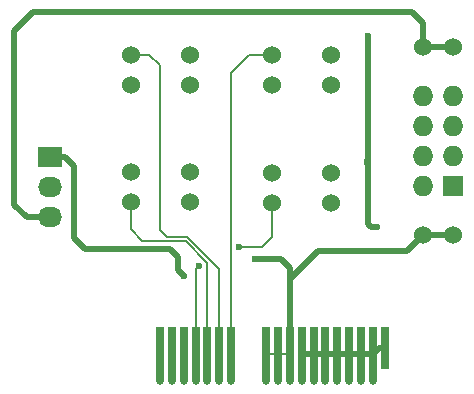
<source format=gbr>
G04 #@! TF.FileFunction,Copper,L1,Top,Signal*
%FSLAX46Y46*%
G04 Gerber Fmt 4.6, Leading zero omitted, Abs format (unit mm)*
G04 Created by KiCad (PCBNEW 4.0.6-e0-6349~53~ubuntu14.04.1) date Tue Mar 28 14:35:03 2017*
%MOMM*%
%LPD*%
G01*
G04 APERTURE LIST*
%ADD10C,0.100000*%
%ADD11R,0.650240X3.599180*%
%ADD12R,0.650240X4.599940*%
%ADD13O,0.650240X0.650240*%
%ADD14R,2.032000X1.727200*%
%ADD15O,2.032000X1.727200*%
%ADD16R,1.727200X1.727200*%
%ADD17O,1.727200X1.727200*%
%ADD18C,1.524000*%
%ADD19C,0.600000*%
%ADD20C,0.500000*%
%ADD21C,0.200000*%
%ADD22C,0.150000*%
G04 APERTURE END LIST*
D10*
D11*
X159499600Y-99499620D03*
D12*
X158498840Y-100000000D03*
X157500620Y-100000000D03*
X156499860Y-100000000D03*
X155499100Y-100000000D03*
X154500880Y-100000000D03*
X153500120Y-100000000D03*
X152499360Y-100000000D03*
X151501140Y-100000000D03*
X150500380Y-100000000D03*
X149499620Y-100000000D03*
X144500900Y-100000000D03*
X143500140Y-100000000D03*
X142499380Y-100000000D03*
X141501160Y-100000000D03*
X140500400Y-100000000D03*
X146499880Y-100000000D03*
X145499120Y-100000000D03*
D13*
X156499860Y-102301240D03*
X155499100Y-102301240D03*
X154500880Y-102301240D03*
X153500120Y-102301240D03*
X152499360Y-102301240D03*
X151501140Y-102301240D03*
X150500380Y-102301240D03*
X144500900Y-102301240D03*
X143500140Y-102301240D03*
X157500620Y-102301240D03*
X145499120Y-102301240D03*
X142499380Y-102301240D03*
X149499620Y-102301240D03*
X146499880Y-102301240D03*
X141501160Y-102301240D03*
X140500400Y-102301240D03*
X158498840Y-102301240D03*
D14*
X131200000Y-83360000D03*
D15*
X131200000Y-85900000D03*
X131200000Y-88440000D03*
D16*
X165270000Y-85810000D03*
D17*
X162730000Y-85810000D03*
X165270000Y-83270000D03*
X162730000Y-83270000D03*
X165270000Y-80730000D03*
X162730000Y-80730000D03*
X165270000Y-78190000D03*
X162730000Y-78190000D03*
D18*
X150000000Y-84730000D03*
X150000000Y-87270000D03*
X138000000Y-84630000D03*
X138000000Y-87170000D03*
X138000000Y-77270000D03*
X138000000Y-74730000D03*
X150000000Y-77270000D03*
X150000000Y-74730000D03*
X143000000Y-84630000D03*
X143000000Y-87170000D03*
X143000000Y-77270000D03*
X143000000Y-74730000D03*
X155000000Y-77270000D03*
X155000000Y-74730000D03*
X155000000Y-84730000D03*
X155000000Y-87270000D03*
X165270000Y-74000000D03*
X162730000Y-74000000D03*
X162730000Y-90000000D03*
X165270000Y-90000000D03*
D19*
X147150000Y-91000000D03*
X143750000Y-92550000D03*
X142500000Y-93400000D03*
X148500000Y-91950000D03*
X158050000Y-83800000D03*
X158850000Y-89300000D03*
X158100000Y-77200000D03*
X158100000Y-80850000D03*
X158100000Y-73100000D03*
D20*
X162730000Y-74000000D02*
X165270000Y-74000000D01*
X131200000Y-88440000D02*
X129190000Y-88440000D01*
X162730000Y-72030000D02*
X162730000Y-74000000D01*
X161800000Y-71100000D02*
X162730000Y-72030000D01*
X129750000Y-71100000D02*
X161800000Y-71100000D01*
X128150000Y-72700000D02*
X129750000Y-71100000D01*
X128150000Y-87400000D02*
X128150000Y-72700000D01*
X129190000Y-88440000D02*
X128150000Y-87400000D01*
D21*
X143500140Y-100000000D02*
X143500140Y-92799860D01*
X150000000Y-90100000D02*
X150000000Y-87270000D01*
X149100000Y-91000000D02*
X150000000Y-90100000D01*
X147150000Y-91000000D02*
X149100000Y-91000000D01*
X143500140Y-92799860D02*
X143750000Y-92550000D01*
D22*
X143500140Y-102301240D02*
X143500140Y-100000000D01*
D21*
X144500900Y-100000000D02*
X144500900Y-92300900D01*
X138000000Y-89450000D02*
X138000000Y-87170000D01*
X139000000Y-90450000D02*
X138000000Y-89450000D01*
X142650000Y-90450000D02*
X139000000Y-90450000D01*
X144500900Y-92300900D02*
X142650000Y-90450000D01*
D22*
X144500900Y-100000000D02*
X144500900Y-102301240D01*
D21*
X145499120Y-100000000D02*
X145499120Y-92804142D01*
X139580000Y-74730000D02*
X138000000Y-74730000D01*
X140450000Y-75600000D02*
X139580000Y-74730000D01*
X140450000Y-89500000D02*
X140450000Y-75600000D01*
X141049998Y-90099998D02*
X140450000Y-89500000D01*
X142794976Y-90099998D02*
X141049998Y-90099998D01*
X145499120Y-92804142D02*
X142794976Y-90099998D01*
D22*
X145499120Y-100000000D02*
X145499120Y-102301240D01*
D21*
X146499880Y-100000000D02*
X146499880Y-76250120D01*
X148020000Y-74730000D02*
X150000000Y-74730000D01*
X146499880Y-76250120D02*
X148020000Y-74730000D01*
D22*
X146499880Y-100000000D02*
X146499880Y-102301240D01*
D20*
X152499360Y-100000000D02*
X153500120Y-100000000D01*
X153500120Y-100000000D02*
X154500880Y-100000000D01*
X154500880Y-100000000D02*
X155499100Y-100000000D01*
X155499100Y-100000000D02*
X156499860Y-100000000D01*
X156499860Y-100000000D02*
X157500620Y-100000000D01*
X157500620Y-100000000D02*
X158498840Y-100000000D01*
X158498840Y-100000000D02*
X158999220Y-99499620D01*
X158999220Y-99499620D02*
X159499600Y-99499620D01*
D22*
X158498840Y-100000000D02*
X158498840Y-102301240D01*
X157500620Y-100000000D02*
X157500620Y-102301240D01*
X156499860Y-100000000D02*
X156499860Y-102301240D01*
X155499100Y-100000000D02*
X155499100Y-102301240D01*
X154500880Y-100000000D02*
X154500880Y-102301240D01*
X153500120Y-100000000D02*
X153500120Y-102301240D01*
X152499360Y-100000000D02*
X152499360Y-102301240D01*
D20*
X151501140Y-94250000D02*
X151501140Y-92751140D01*
X132460000Y-83360000D02*
X131200000Y-83360000D01*
X133200000Y-84100000D02*
X132460000Y-83360000D01*
X133200000Y-90200000D02*
X133200000Y-84100000D01*
X134150000Y-91150000D02*
X133200000Y-90200000D01*
X141300000Y-91150000D02*
X134150000Y-91150000D01*
X142000000Y-91850000D02*
X141300000Y-91150000D01*
X142000000Y-92900000D02*
X142000000Y-91850000D01*
X142500000Y-93400000D02*
X142000000Y-92900000D01*
X150700000Y-91950000D02*
X148500000Y-91950000D01*
X151501140Y-92751140D02*
X150700000Y-91950000D01*
X151501140Y-100000000D02*
X151501140Y-94250000D01*
X151501140Y-94250000D02*
X151501140Y-93698860D01*
X161430000Y-91300000D02*
X162730000Y-90000000D01*
X153900000Y-91300000D02*
X161430000Y-91300000D01*
X151501140Y-93698860D02*
X153900000Y-91300000D01*
X162730000Y-90000000D02*
X165270000Y-90000000D01*
D22*
X151501140Y-100000000D02*
X150500380Y-100000000D01*
X150500380Y-100000000D02*
X149499620Y-100000000D01*
X151501140Y-100000000D02*
X151501140Y-102301240D01*
X150500380Y-100000000D02*
X150500380Y-102301240D01*
X149499620Y-100000000D02*
X149499620Y-102301240D01*
X142499380Y-102301240D02*
X142499380Y-100000000D01*
X141501160Y-102301240D02*
X141501160Y-100000000D01*
X140500400Y-100000000D02*
X140500400Y-102301240D01*
X158050000Y-83800000D02*
X158100000Y-83800000D01*
X158100000Y-83800000D02*
X158050000Y-83800000D01*
X158050000Y-83800000D02*
X158100000Y-83800000D01*
D20*
X158100000Y-80850000D02*
X158100000Y-83800000D01*
X158100000Y-83800000D02*
X158100000Y-89050000D01*
X158350000Y-89300000D02*
X158850000Y-89300000D01*
X158100000Y-89050000D02*
X158350000Y-89300000D01*
X158100000Y-80850000D02*
X158100000Y-77200000D01*
X158100000Y-77200000D02*
X158100000Y-73100000D01*
M02*

</source>
